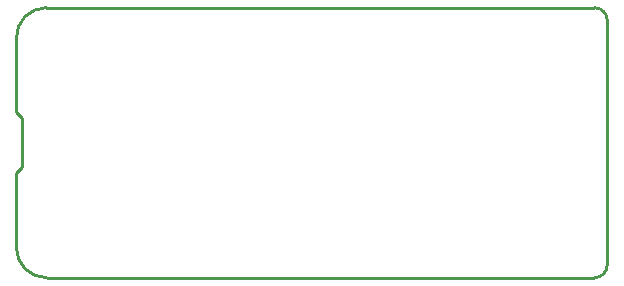
<source format=gko>
G04 Layer_Color=16711935*
%FSLAX44Y44*%
%MOMM*%
G71*
G01*
G75*
%ADD45C,0.2540*%
D45*
X464000Y-114300D02*
G03*
X474940Y-103613I86J10855D01*
G01*
X-394Y114298D02*
G03*
X-25400Y88700I394J-25398D01*
G01*
X-25398Y-89294D02*
G03*
X200Y-114300I25398J394D01*
G01*
X474940Y103613D02*
G03*
X464000Y114300I-10855J-168D01*
G01*
X-25398Y-89294D02*
Y-25303D01*
X-20400Y-20305D01*
Y20700D01*
X-25400Y25700D02*
X-20400Y20700D01*
X-25400Y25700D02*
Y88700D01*
X474940Y103613D02*
X475005Y-103613D01*
X-392Y114300D02*
X464000D01*
X200Y-114300D02*
X464000D01*
M02*

</source>
